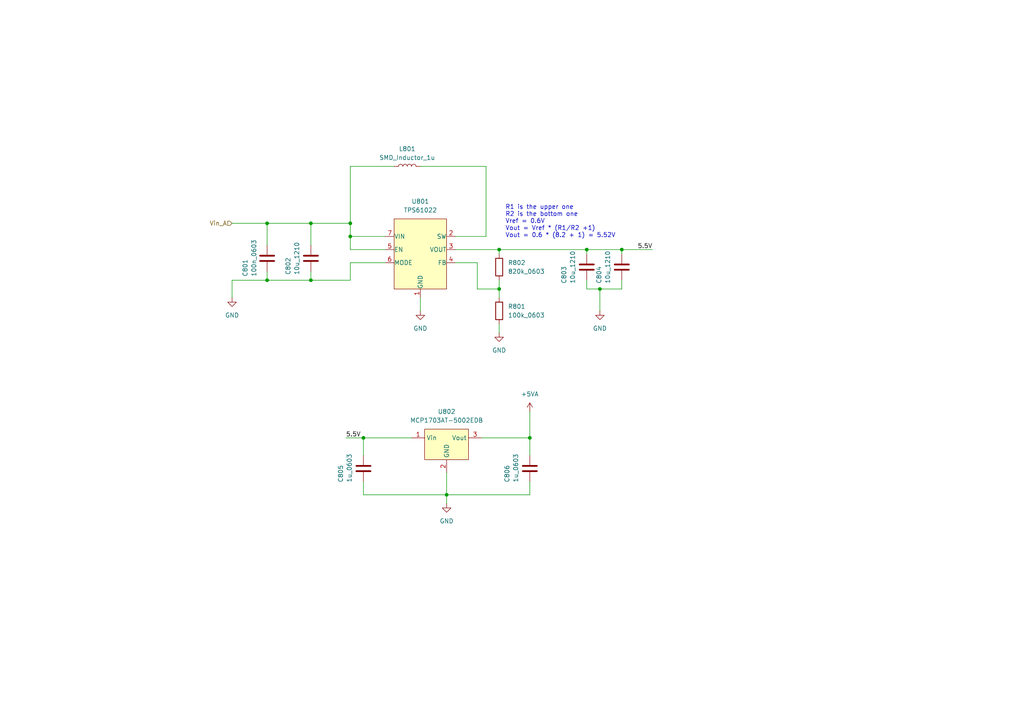
<source format=kicad_sch>
(kicad_sch (version 20250114) (generator "eeschema") (generator_version "9.0")
  (paper "A4")
  (lib_symbols
    (symbol "MYLIB_Misc:820k_0603" (pin_numbers (hide yes)) (pin_names (hide yes))
      (property "Reference" "R" (at -2.54 0 90))
      (property "Value" "820k_0603" (at 2.54 -0.254 90))
      (symbol "820k_0603_0_1"
        (rectangle (start -1.016 -2.54) (end 1.016 2.54) (stroke (width 0.254)))
      )
      (symbol "820k_0603_1_1"
        (pin passive line (at 0 3.81 270) (length 1.27) (name "~") (number "1"))
        (pin passive line (at 0 -3.81 90) (length 1.27) (name "~") (number "2"))
      )
    )
    (symbol "MYLIB_Misc:Inductor_1uH" (pin_numbers (hide yes)) (pin_names (hide yes))
      (property "Reference" "L" (at 0 4.572 0))
      (property "Value" "SMD_Inductor_1u" (at 0 2.794 0))
      (symbol "Inductor_1uH_0_1"
        (arc (start -2.54 0) (mid -1.905 0.6323) (end -1.27 0))
        (arc (start -1.27 0) (mid -0.635 0.6323) (end 0 0))
        (arc (start 0 0) (mid 0.635 0.6323) (end 1.27 0))
        (arc (start 1.27 0) (mid 1.905 0.6323) (end 2.54 0))
      )
      (symbol "Inductor_1uH_1_1"
        (pin passive line (at -3.81 0 0) (length 1.27) (name "1") (number "1"))
        (pin passive line (at 3.81 0 180) (length 1.27) (name "2") (number "2"))
      )
    )
    (symbol "MYLIB_Misc:MCP1703AT_5002"
      (property "Reference" "U" (at 0 6.604 0))
      (property "Value" "MCP1703AT-5002EDB" (at 0 4.318 0))
      (symbol "MCP1703AT_5002_1_1"
        (rectangle (start -6.35 2.54) (end 6.35 -6.35) (fill (type background)))
        (pin power_in line (at -10.16 0 0) (length 3.81) (name "Vin") (number "1"))
        (pin power_in line (at 0 -10.16 90) (length 3.81) (name "GND") (number "2"))
        (pin power_in line (at 0 -10.16 90) (length 3.81) (hide yes) (name "GND") (number "4"))
        (pin power_out line (at 10.16 0 180) (length 3.81) (name "Vout") (number "3"))
      )
    )
    (symbol "MYLIB_Misc:TPS61022" (pin_names (offset 0.002))
      (property "Reference" "U" (at 0 8.636 0))
      (property "Value" "TPS61022" (at 0.254 6.604 0))
      (symbol "TPS61022_1_1"
        (rectangle (start -7.62 5.08) (end 7.62 -15.24) (fill (type background)))
        (pin power_in line (at -10.16 0 0) (length 2.54) (name "VIN") (number "7"))
        (pin input line (at -10.16 -3.81 0) (length 2.54) (name "EN") (number "5"))
        (pin input line (at -10.16 -7.62 0) (length 2.54) (name "MODE") (number "6"))
        (pin power_in line (at 0 -17.78 90) (length 2.54) (name "GND") (number "1"))
        (pin input line (at 10.16 0 180) (length 2.54) (name "SW") (number "2"))
        (pin power_out line (at 10.16 -3.81 180) (length 2.54) (name "VOUT") (number "3"))
        (pin input line (at 10.16 -7.62 180) (length 2.54) (name "FB") (number "4"))
      )
    )
    (symbol "WLIB_C:100n_0603" (pin_numbers (hide yes)) (pin_names (offset 0.254))
      (property "Reference" "C" (at 0.635 2.54 0))
      (property "Value" "100n_0603" (at 0.635 -2.54 0))
      (symbol "100n_0603_0_1"
        (polyline (pts (xy -2.032 0.762) (xy 2.032 0.762)) (stroke (width 0.508)))
        (polyline (pts (xy -2.032 -0.762) (xy 2.032 -0.762)) (stroke (width 0.508)))
      )
      (symbol "100n_0603_1_1"
        (pin passive line (at 0 3.81 270) (length 2.794) (name "~") (number "1"))
        (pin passive line (at 0 -3.81 90) (length 2.794) (name "~") (number "2"))
      )
    )
    (symbol "WLIB_C:10u_1210" (pin_numbers (hide yes)) (pin_names (offset 0.254))
      (property "Reference" "C" (at 0.635 2.54 0))
      (property "Value" "10u_1210" (at 0.635 -2.54 0))
      (symbol "10u_1210_0_1"
        (polyline (pts (xy -2.032 0.762) (xy 2.032 0.762)) (stroke (width 0.508)))
        (polyline (pts (xy -2.032 -0.762) (xy 2.032 -0.762)) (stroke (width 0.508)))
      )
      (symbol "10u_1210_1_1"
        (pin passive line (at 0 3.81 270) (length 2.794) (name "~") (number "1"))
        (pin passive line (at 0 -3.81 90) (length 2.794) (name "~") (number "2"))
      )
    )
    (symbol "WLIB_C:1u_0603" (pin_numbers (hide yes)) (pin_names (offset 0.254))
      (property "Reference" "C" (at 0.635 2.54 0))
      (property "Value" "1u_0603" (at 0.635 -2.54 0))
      (symbol "1u_0603_0_1"
        (polyline (pts (xy -2.032 0.762) (xy 2.032 0.762)) (stroke (width 0.508)))
        (polyline (pts (xy -2.032 -0.762) (xy 2.032 -0.762)) (stroke (width 0.508)))
      )
      (symbol "1u_0603_1_1"
        (pin passive line (at 0 3.81 270) (length 2.794) (name "~") (number "1"))
        (pin passive line (at 0 -3.81 90) (length 2.794) (name "~") (number "2"))
      )
    )
    (symbol "WLIB_R:100k_0603" (pin_numbers (hide yes)) (pin_names (offset 0))
      (property "Reference" "R" (at 2.032 0 90))
      (property "Value" "100k_0603" (at -2.54 0 90))
      (symbol "100k_0603_0_1"
        (rectangle (start -1.016 -2.54) (end 1.016 2.54) (stroke (width 0.254)))
      )
      (symbol "100k_0603_1_1"
        (pin passive line (at 0 3.81 270) (length 1.27) (name "~") (number "1"))
        (pin passive line (at 0 -3.81 90) (length 1.27) (name "~") (number "2"))
      )
    )
    (symbol "power:+5VA" (power) (pin_numbers (hide yes)) (pin_names (offset 0) (hide yes))
      (property "Value" "+5VA" (at 0 3.556 0))
      (symbol "+5VA_0_1"
        (polyline (pts (xy -0.762 1.27) (xy 0 2.54)))
        (polyline (pts (xy 0 2.54) (xy 0.762 1.27)))
        (polyline (pts (xy 0 0) (xy 0 2.54)))
      )
      (symbol "+5VA_1_1"
        (pin power_in line (at 0 0 90) (length 0) (name "~") (number "1"))
      )
    )
    (symbol "power:GND" (power) (pin_numbers (hide yes)) (pin_names (offset 0) (hide yes))
      (property "Value" "GND" (at 0 -3.81 0))
      (symbol "GND_0_1"
        (polyline (pts (xy 0 0) (xy 0 -1.27) (xy 1.27 -1.27) (xy 0 -2.54) (xy -1.27 -1.27) (xy 0 -1.27)))
      )
      (symbol "GND_1_1"
        (pin power_in line (at 0 0 270) (length 0) (name "~") (number "1"))
      )
    )
  )
  (text "R1 is the upper one\nR2 is the bottom one\nVref = 0.6V\nVout = Vref * (R1/R2 +1)\nVout = 0.6 * (8.2 + 1) = 5.52V\n" (at 146.558 64.262 0) (effects (font (size 1.27 1.27)) (justify left)))
  (junction (at 144.78 72.39))
  (junction (at 77.47 64.77))
  (junction (at 153.67 127))
  (junction (at 144.78 83.82))
  (junction (at 101.6 68.58))
  (junction (at 129.54 143.51))
  (junction (at 180.34 72.39))
  (junction (at 105.41 127))
  (junction (at 90.17 81.28))
  (junction (at 101.6 64.77))
  (junction (at 170.18 72.39))
  (junction (at 77.47 81.28))
  (junction (at 90.17 64.77))
  (junction (at 173.99 83.82))
  (wire (pts (xy 105.41 127) (xy 105.41 132.08)))
  (wire (pts (xy 90.17 64.77) (xy 101.6 64.77)))
  (wire (pts (xy 144.78 93.98) (xy 144.78 96.52)))
  (wire (pts (xy 170.18 72.39) (xy 180.34 72.39)))
  (wire (pts (xy 129.54 137.16) (xy 129.54 143.51)))
  (wire (pts (xy 111.76 76.2) (xy 101.6 76.2)))
  (wire (pts (xy 105.41 143.51) (xy 105.41 139.7)))
  (wire (pts (xy 170.18 72.39) (xy 170.18 73.66)))
  (wire (pts (xy 173.99 83.82) (xy 170.18 83.82)))
  (wire (pts (xy 105.41 127) (xy 119.38 127)))
  (wire (pts (xy 129.54 143.51) (xy 129.54 146.05)))
  (wire (pts (xy 105.41 143.51) (xy 129.54 143.51)))
  (wire (pts (xy 173.99 83.82) (xy 173.99 90.17)))
  (wire (pts (xy 101.6 64.77) (xy 101.6 68.58)))
  (wire (pts (xy 144.78 72.39) (xy 170.18 72.39)))
  (wire (pts (xy 170.18 83.82) (xy 170.18 81.28)))
  (wire (pts (xy 77.47 64.77) (xy 90.17 64.77)))
  (wire (pts (xy 101.6 68.58) (xy 111.76 68.58)))
  (wire (pts (xy 101.6 81.28) (xy 90.17 81.28)))
  (wire (pts (xy 90.17 78.74) (xy 90.17 81.28)))
  (wire (pts (xy 111.76 72.39) (xy 101.6 72.39)))
  (wire (pts (xy 140.97 68.58) (xy 140.97 48.26)))
  (wire (pts (xy 101.6 48.26) (xy 114.3 48.26)))
  (wire (pts (xy 90.17 64.77) (xy 90.17 71.12)))
  (wire (pts (xy 144.78 83.82) (xy 144.78 86.36)))
  (wire (pts (xy 153.67 143.51) (xy 129.54 143.51)))
  (wire (pts (xy 67.31 81.28) (xy 77.47 81.28)))
  (wire (pts (xy 100.33 127) (xy 105.41 127)))
  (wire (pts (xy 180.34 72.39) (xy 180.34 73.66)))
  (wire (pts (xy 77.47 81.28) (xy 90.17 81.28)))
  (wire (pts (xy 67.31 86.36) (xy 67.31 81.28)))
  (wire (pts (xy 153.67 119.38) (xy 153.67 127)))
  (wire (pts (xy 139.7 127) (xy 153.67 127)))
  (wire (pts (xy 121.92 48.26) (xy 140.97 48.26)))
  (wire (pts (xy 138.43 76.2) (xy 138.43 83.82)))
  (wire (pts (xy 153.67 139.7) (xy 153.67 143.51)))
  (wire (pts (xy 101.6 76.2) (xy 101.6 81.28)))
  (wire (pts (xy 153.67 127) (xy 153.67 132.08)))
  (wire (pts (xy 77.47 81.28) (xy 77.47 78.74)))
  (wire (pts (xy 180.34 83.82) (xy 173.99 83.82)))
  (wire (pts (xy 132.08 76.2) (xy 138.43 76.2)))
  (wire (pts (xy 101.6 72.39) (xy 101.6 68.58)))
  (wire (pts (xy 101.6 64.77) (xy 101.6 48.26)))
  (wire (pts (xy 132.08 68.58) (xy 140.97 68.58)))
  (wire (pts (xy 132.08 72.39) (xy 144.78 72.39)))
  (wire (pts (xy 67.31 64.77) (xy 77.47 64.77)))
  (wire (pts (xy 138.43 83.82) (xy 144.78 83.82)))
  (wire (pts (xy 77.47 64.77) (xy 77.47 71.12)))
  (wire (pts (xy 144.78 72.39) (xy 144.78 73.66)))
  (wire (pts (xy 180.34 81.28) (xy 180.34 83.82)))
  (wire (pts (xy 180.34 72.39) (xy 189.23 72.39)))
  (wire (pts (xy 144.78 83.82) (xy 144.78 81.28)))
  (wire (pts (xy 121.92 86.36) (xy 121.92 90.17)))
  (label "5.5V" (at 189.23 72.39 180))
  (label "5.5V" (at 100.33 127 0))
  (hierarchical_label "Vin_A" (shape input) (at 67.31 64.77 180))
  (symbol (lib_id "MYLIB_Misc:MCP1703AT_5002") (at 129.54 127 0) (unit 1)
    (property "Reference" "U802" (at 129.54 119.38 0))
    (property "Value" "MCP1703AT-5002EDB" (at 129.54 121.92 0))
    (property "Footprint" "Package_TO_SOT_SMD:SOT-223" (effects (hide yes)))
    (property "Datasheet" "https://ww1.microchip.com/downloads/en/DeviceDoc/22049f.pdf" (effects (hide yes)))
    (property "Description" "CMOS low dropout (LDO) voltage regulators that can deliver up to 250 mA of current while consuming only 2.0 μA of quiescent current (typical)" (effects (hide yes)))
    (property "Mouser nr" "579-MCP1703AT5002EDB " (effects (hide yes)))
  )
  (symbol (lib_id "WLIB_C:100n_0603") (at 77.47 74.93 0) (unit 1)
    (property "Reference" "C801" (at 71.12 80.264 90) (effects (justify left)))
    (property "Value" "100n_0603" (at 73.66 80.264 90) (effects (justify left)))
    (property "Footprint" "WLIB_Capacitor:C_0603" (effects (hide yes)))
    (property "Datasheet" "https://www.farnell.com/datasheets/2860632.pdf" (effects (hide yes)))
    (property "Description" "Unpolarized capacitor SMD MLCC" (effects (hide yes)))
    (property "FARNELL" "1759037" (effects (hide yes)))
    (property "VDC" "25V" (effects (hide yes)))
    (property "JLCPCB" "C2762593" (effects (hide yes)))
  )
  (symbol (lib_id "WLIB_C:1u_0603") (at 105.41 135.89 0) (unit 1)
    (property "Reference" "C805" (at 98.806 139.954 90) (effects (justify left)))
    (property "Value" "1u_0603" (at 101.346 139.954 90) (effects (justify left)))
    (property "Footprint" "WLIB_Capacitor:C_0603" (effects (hide yes)))
    (property "Datasheet" "https://www.farnell.com/datasheets/2710598.pdf" (effects (hide yes)))
    (property "Description" "Unpolarized capacitor SMD MLCC" (effects (hide yes)))
    (property "FARNELL" "3013414" (effects (hide yes)))
    (property "VDC" "25V" (effects (hide yes)))
    (property "JLCPCB" "C513775" (effects (hide yes)))
  )
  (symbol (lib_id "power:GND") (at 129.54 146.05 0) (unit 1)
    (property "Reference" "#PWR0804" (effects (hide yes)))
    (property "Value" "GND" (at 129.54 151.13 0))
    (property "Description" "Power symbol creates a global label with name \"GND\" , ground" (effects (hide yes)))
  )
  (symbol (lib_id "power:GND") (at 67.31 86.36 0) (unit 1)
    (property "Reference" "#PWR0802" (effects (hide yes)))
    (property "Value" "GND" (at 67.31 91.44 0))
    (property "Description" "Power symbol creates a global label with name \"GND\" , ground" (effects (hide yes)))
  )
  (symbol (lib_id "MYLIB_Misc:820k_0603") (at 144.78 77.47 0) (unit 1)
    (property "Reference" "R802" (at 147.32 76.1999 0) (effects (justify left)))
    (property "Value" "820k_0603" (at 147.32 78.7399 0) (effects (justify left)))
    (property "Footprint" "Resistor_SMD:R_0603_1608Metric_Pad0.98x0.95mm_HandSolder" (effects (hide yes)))
    (property "Description" "SMD 820k Resistor" (effects (hide yes)))
  )
  (symbol (lib_id "WLIB_C:10u_1210") (at 90.17 74.93 0) (unit 1)
    (property "Reference" "C802" (at 83.566 79.756 90) (effects (justify left)))
    (property "Value" "10u_1210" (at 86.106 79.756 90) (effects (justify left)))
    (property "Footprint" "WLIB_Capacitor:C_1210" (effects (hide yes)))
    (property "Datasheet" "https://www.farnell.com/datasheets/2237828.pdf" (effects (hide yes)))
    (property "Description" "Unpolarized capacitor SMD MLCC" (effects (hide yes)))
    (property "FARNELL" "1327737" (effects (hide yes)))
    (property "VDC" "25V" (effects (hide yes)))
    (property "JLCPCB" "C92834" (effects (hide yes)))
  )
  (symbol (lib_id "WLIB_C:1u_0603") (at 153.67 135.89 0) (unit 1)
    (property "Reference" "C806" (at 147.066 139.954 90) (effects (justify left)))
    (property "Value" "1u_0603" (at 149.606 139.954 90) (effects (justify left)))
    (property "Footprint" "WLIB_Capacitor:C_0603" (effects (hide yes)))
    (property "Datasheet" "https://www.farnell.com/datasheets/2710598.pdf" (effects (hide yes)))
    (property "Description" "Unpolarized capacitor SMD MLCC" (effects (hide yes)))
    (property "FARNELL" "3013414" (effects (hide yes)))
    (property "VDC" "25V" (effects (hide yes)))
    (property "JLCPCB" "C513775" (effects (hide yes)))
  )
  (symbol (lib_id "WLIB_C:10u_1210") (at 180.34 77.47 0) (unit 1)
    (property "Reference" "C804" (at 173.736 82.296 90) (effects (justify left)))
    (property "Value" "10u_1210" (at 176.276 82.296 90) (effects (justify left)))
    (property "Footprint" "WLIB_Capacitor:C_1210" (effects (hide yes)))
    (property "Datasheet" "https://www.farnell.com/datasheets/2237828.pdf" (effects (hide yes)))
    (property "Description" "Unpolarized capacitor SMD MLCC" (effects (hide yes)))
    (property "FARNELL" "1327737" (effects (hide yes)))
    (property "VDC" "25V" (effects (hide yes)))
    (property "JLCPCB" "C92834" (effects (hide yes)))
  )
  (symbol (lib_id "WLIB_C:10u_1210") (at 170.18 77.47 0) (unit 1)
    (property "Reference" "C803" (at 163.576 82.296 90) (effects (justify left)))
    (property "Value" "10u_1210" (at 166.116 82.296 90) (effects (justify left)))
    (property "Footprint" "WLIB_Capacitor:C_1210" (effects (hide yes)))
    (property "Datasheet" "https://www.farnell.com/datasheets/2237828.pdf" (effects (hide yes)))
    (property "Description" "Unpolarized capacitor SMD MLCC" (effects (hide yes)))
    (property "FARNELL" "1327737" (effects (hide yes)))
    (property "VDC" "25V" (effects (hide yes)))
    (property "JLCPCB" "C92834" (effects (hide yes)))
  )
  (symbol (lib_id "MYLIB_Misc:Inductor_1uH") (at 118.11 48.26 0) (unit 1)
    (property "Reference" "L801" (at 118.11 43.18 0))
    (property "Value" "SMD_Inductor_1u" (at 118.11 45.72 0))
    (property "Datasheet" "https://www.we-online.com/components/products/datasheet/74404043010A.pdf" (effects (hide yes)))
    (property "Description" "SMD WE-LQS 1uH 4.9A DCR=14mOhms AEC-Q200" (effects (hide yes)))
    (property "Manuf. nr." "74404043010A" (effects (hide yes)))
    (property "Mouser nr." "710-74404043010A" (effects (hide yes)))
  )
  (symbol (lib_id "power:GND") (at 144.78 96.52 0) (unit 1)
    (property "Reference" "#PWR0803" (effects (hide yes)))
    (property "Value" "GND" (at 144.78 101.6 0))
    (property "Description" "Power symbol creates a global label with name \"GND\" , ground" (effects (hide yes)))
  )
  (symbol (lib_id "power:+5VA") (at 153.67 119.38 0) (unit 1)
    (property "Reference" "#PWR0807" (effects (hide yes)))
    (property "Value" "+5VA" (at 153.67 114.3 0))
    (property "Description" "Power symbol creates a global label with name \"+5VA\"" (effects (hide yes)))
  )
  (symbol (lib_id "WLIB_R:100k_0603") (at 144.78 90.17 0) (unit 1)
    (property "Reference" "R801" (at 147.32 88.8999 0) (effects (justify left)))
    (property "Value" "100k_0603" (at 147.32 91.4399 0) (effects (justify left)))
    (property "Footprint" "Resistor_SMD:R_0603_1608Metric" (effects (hide yes)))
    (property "Datasheet" "https://www.farnell.com/datasheets/2710391.pdf" (effects (hide yes)))
    (property "Description" "Resistor" (effects (hide yes)))
    (property "FARNELL" "2078921" (effects (hide yes)))
    (property "Power Rating" "100mW" (effects (hide yes)))
    (property "JLCPCB" "    C267258" (effects (hide yes)))
  )
  (symbol (lib_id "MYLIB_Misc:TPS61022") (at 121.92 68.58 0) (unit 1)
    (property "Reference" "U801" (at 121.92 58.42 0))
    (property "Value" "TPS61022" (at 121.92 60.96 0))
    (property "Footprint" "MYLIB_Misc:TPS61022" (effects (hide yes)))
    (property "Datasheet" "https://www.ti.com/lit/ds/symlink/tps61022.pdf?ts=1762772716256" (effects (hide yes)))
    (property "Description" "TPS61022 8-A Boost Converter with 0.5-V Ultra-low Input Volta" (effects (hide yes)))
  )
  (symbol (lib_id "power:GND") (at 173.99 90.17 0) (unit 1)
    (property "Reference" "#PWR0806" (effects (hide yes)))
    (property "Value" "GND" (at 173.99 95.25 0))
    (property "Description" "Power symbol creates a global label with name \"GND\" , ground" (effects (hide yes)))
  )
  (symbol (lib_id "power:GND") (at 121.92 90.17 0) (unit 1)
    (property "Reference" "#PWR0801" (effects (hide yes)))
    (property "Value" "GND" (at 121.92 95.25 0))
    (property "Description" "Power symbol creates a global label with name \"GND\" , ground" (effects (hide yes)))
  )
)
</source>
